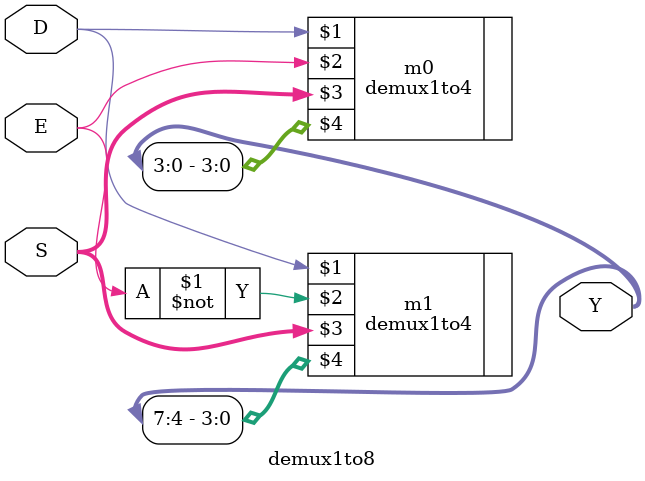
<source format=v>
module demux1to8(D,E,S,Y);
input D,E;
input [1:0]S;
output [7:0]Y;

demux1to4 m0(D,E,S[1:0],Y[3:0]);
demux1to4 m1(D,~E,S[1:0],Y[7:4]);

endmodule

</source>
